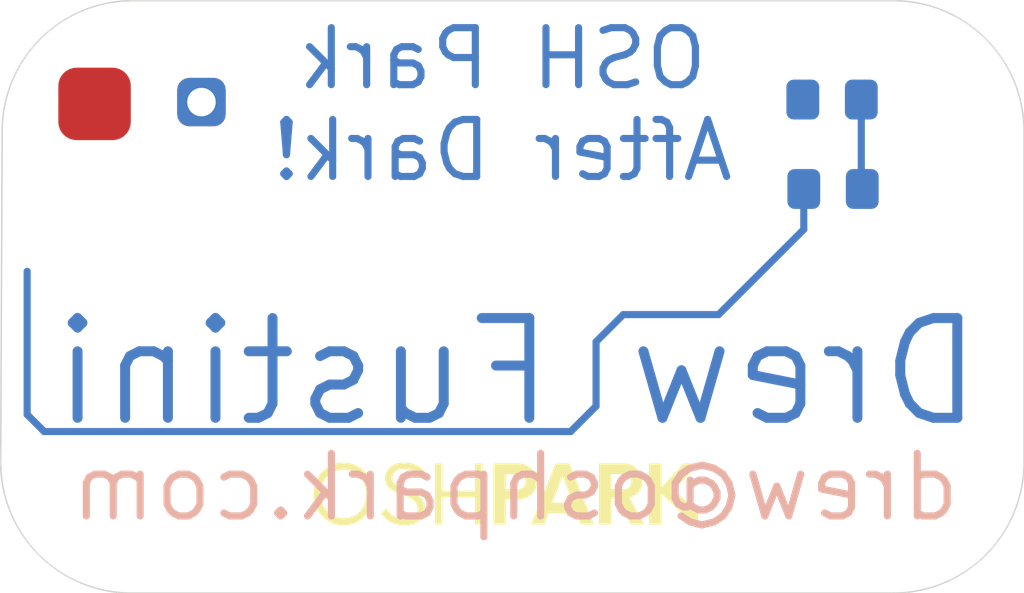
<source format=kicad_pcb>
(kicad_pcb (version 20171130) (host pcbnew 5.1.5-52549c5~84~ubuntu19.04.1)

  (general
    (thickness 1.6)
    (drawings 13)
    (tracks 12)
    (zones 0)
    (modules 5)
    (nets 1)
  )

  (page A4)
  (layers
    (0 F.Cu signal)
    (31 B.Cu signal)
    (32 B.Adhes user)
    (33 F.Adhes user)
    (34 B.Paste user)
    (35 F.Paste user)
    (36 B.SilkS user)
    (37 F.SilkS user)
    (38 B.Mask user)
    (39 F.Mask user)
    (40 Dwgs.User user)
    (41 Cmts.User user)
    (42 Eco1.User user)
    (43 Eco2.User user)
    (44 Edge.Cuts user)
    (45 Margin user)
    (46 B.CrtYd user)
    (47 F.CrtYd user)
    (48 B.Fab user)
    (49 F.Fab user)
  )

  (setup
    (last_trace_width 0.25)
    (trace_clearance 0.2)
    (zone_clearance 0.508)
    (zone_45_only no)
    (trace_min 0.2)
    (via_size 0.8)
    (via_drill 0.4)
    (via_min_size 0.4)
    (via_min_drill 0.3)
    (uvia_size 0.3)
    (uvia_drill 0.1)
    (uvias_allowed no)
    (uvia_min_size 0.2)
    (uvia_min_drill 0.1)
    (edge_width 0.05)
    (segment_width 0.2)
    (pcb_text_width 0.3)
    (pcb_text_size 1.5 1.5)
    (mod_edge_width 0.12)
    (mod_text_size 1 1)
    (mod_text_width 0.15)
    (pad_size 2.54 2.54)
    (pad_drill 0)
    (pad_to_mask_clearance 0.051)
    (solder_mask_min_width 0.25)
    (aux_axis_origin 0 0)
    (visible_elements FFFFEF7F)
    (pcbplotparams
      (layerselection 0x010fc_ffffffff)
      (usegerberextensions false)
      (usegerberattributes false)
      (usegerberadvancedattributes false)
      (creategerberjobfile false)
      (excludeedgelayer true)
      (linewidth 0.100000)
      (plotframeref false)
      (viasonmask false)
      (mode 1)
      (useauxorigin false)
      (hpglpennumber 1)
      (hpglpenspeed 20)
      (hpglpendiameter 15.000000)
      (psnegative false)
      (psa4output false)
      (plotreference true)
      (plotvalue true)
      (plotinvisibletext false)
      (padsonsilk false)
      (subtractmaskfromsilk false)
      (outputformat 1)
      (mirror false)
      (drillshape 1)
      (scaleselection 1)
      (outputdirectory ""))
  )

  (net 0 "")

  (net_class Default "This is the default net class."
    (clearance 0.2)
    (trace_width 0.25)
    (via_dia 0.8)
    (via_drill 0.4)
    (uvia_dia 0.3)
    (uvia_drill 0.1)
  )

  (module afterdark:PinHeader_1x01_P2.54mm_Vertical (layer F.Cu) (tedit 5DFCCA81) (tstamp 5DFCD457)
    (at 133.731 65.278)
    (descr "Through hole straight pin header, 1x01, 2.54mm pitch, single row")
    (tags "Through hole pin header THT 1x01 2.54mm single row")
    (fp_text reference REF** (at 0 -2.33) (layer F.SilkS) hide
      (effects (font (size 1 1) (thickness 0.15)))
    )
    (fp_text value PinHeader_1x01_P2.54mm_Vertical (at 0 2.33) (layer F.Fab) hide
      (effects (font (size 1 1) (thickness 0.15)))
    )
    (fp_line (start -0.635 -1.27) (end 1.27 -1.27) (layer F.Fab) (width 0.1))
    (fp_line (start -1.27 -0.635) (end -0.635 -1.27) (layer F.Fab) (width 0.1))
    (fp_line (start -1.8 -1.8) (end -1.8 1.8) (layer F.CrtYd) (width 0.05))
    (fp_line (start -1.8 1.8) (end 1.8 1.8) (layer F.CrtYd) (width 0.05))
    (fp_line (start 1.8 1.8) (end 1.8 -1.8) (layer F.CrtYd) (width 0.05))
    (fp_line (start 1.8 -1.8) (end -1.8 -1.8) (layer F.CrtYd) (width 0.05))
    (fp_text user %R (at 0 0 90) (layer F.Fab) hide
      (effects (font (size 1 1) (thickness 0.15)))
    )
    (pad 1 thru_hole roundrect (at 0 0) (size 1.7 1.7) (drill 1) (layers *.Cu *.Mask) (roundrect_rratio 0.25))
    (model ${KISYS3DMOD}/Connector_PinHeader_2.54mm.3dshapes/PinHeader_1x01_P2.54mm_Vertical.wrl
      (at (xyz 0 0 0))
      (scale (xyz 1 1 1))
      (rotate (xyz 0 0 0))
    )
  )

  (module afterdark:PinHeader_1x01_P2.54mm_Vertical (layer F.Cu) (tedit 5DFCCB46) (tstamp 5DFCD374)
    (at 129.9845 65.3415 180)
    (descr "Through hole straight pin header, 1x01, 2.54mm pitch, single row")
    (tags "Through hole pin header THT 1x01 2.54mm single row")
    (fp_text reference REF** (at 0 -2.33 180) (layer F.SilkS) hide
      (effects (font (size 1 1) (thickness 0.15)))
    )
    (fp_text value PinHeader_1x01_P2.54mm_Vertical (at 0 2.33 180) (layer F.Fab) hide
      (effects (font (size 1 1) (thickness 0.15)))
    )
    (fp_text user %R (at 0 0 270) (layer F.Fab) hide
      (effects (font (size 1 1) (thickness 0.15)))
    )
    (fp_line (start 1.8 -1.8) (end -1.8 -1.8) (layer F.CrtYd) (width 0.05))
    (fp_line (start 1.8 1.8) (end 1.8 -1.8) (layer F.CrtYd) (width 0.05))
    (fp_line (start -1.8 1.8) (end 1.8 1.8) (layer F.CrtYd) (width 0.05))
    (fp_line (start -1.8 -1.8) (end -1.8 1.8) (layer F.CrtYd) (width 0.05))
    (fp_line (start -1.27 -0.635) (end -0.635 -1.27) (layer F.Fab) (width 0.1))
    (fp_line (start -0.635 -1.27) (end 1.27 -1.27) (layer F.Fab) (width 0.1))
    (pad 1 smd roundrect (at 0 0 180) (size 2.54 2.54) (layers F.Cu F.Paste F.Mask) (roundrect_rratio 0.25))
    (model ${KISYS3DMOD}/Connector_PinHeader_2.54mm.3dshapes/PinHeader_1x01_P2.54mm_Vertical.wrl
      (at (xyz 0 0 0))
      (scale (xyz 1 1 1))
      (rotate (xyz 0 0 0))
    )
  )

  (module oshpark:OSH_small_silk (layer F.Cu) (tedit 5DFCC9DD) (tstamp 5D572782)
    (at 144.4244 71.8312)
    (descr "Imported from OSHPARK.svg")
    (tags svg2mod)
    (attr smd)
    (fp_text reference OSH_small (at 0 -11.457835) (layer F.Cu) hide
      (effects (font (size 1.524 1.524) (thickness 0.3048)))
    )
    (fp_text value G*** (at 0 11.457835) (layer F.Cu) hide
      (effects (font (size 1.524 1.524) (thickness 0.3048)))
    )
    (fp_poly (pts (xy 6.76111 6.120635) (xy 6.20884 6.120635) (xy 5.42765 6.959055) (xy 5.42765 6.120635)
      (xy 4.99557 6.120635) (xy 4.99557 8.266755) (xy 5.42765 8.266755) (xy 5.42765 7.193695)
      (xy 6.7096 8.409835) (xy 6.7096 7.831805) (xy 5.87118 7.056345) (xy 6.76111 6.120635)) (layer F.SilkS) (width 0))
    (fp_poly (pts (xy 4.31659 7.328185) (xy 4.11009 7.022185) (xy 3.67228 7.022185) (xy 3.67228 6.495675)
      (xy 4.11009 6.495675) (xy 4.16319 6.500675) (xy 4.21239 6.515675) (xy 4.25669 6.539575)
      (xy 4.29509 6.571375) (xy 4.32669 6.610075) (xy 4.35039 6.654875) (xy 4.36539 6.704775)
      (xy 4.37039 6.758775) (xy 4.36539 6.812775) (xy 4.35069 6.862675) (xy 4.32729 6.907475)
      (xy 4.29609 6.946175) (xy 4.25789 6.977975) (xy 4.21359 7.001875) (xy 4.16399 7.016875)
      (xy 4.11009 7.021875) (xy 4.11009 7.022185) (xy 4.31659 7.328185) (xy 4.41049 7.296585)
      (xy 4.49619 7.251785) (xy 4.57229 7.194785) (xy 4.63749 7.126585) (xy 4.69049 7.048185)
      (xy 4.72989 6.960585) (xy 4.75449 6.864785) (xy 4.76249 6.761805) (xy 4.74979 6.631575)
      (xy 4.71319 6.510755) (xy 4.65509 6.401815) (xy 4.57799 6.307215) (xy 4.48419 6.229415)
      (xy 4.37621 6.170715) (xy 4.25643 6.133715) (xy 4.12726 6.120815) (xy 3.2402 6.120815)
      (xy 3.2402 8.266935) (xy 3.67228 8.266935) (xy 3.67228 7.356985) (xy 3.88403 7.356985)
      (xy 4.35332 8.266935) (xy 4.83691 8.266935) (xy 4.31612 7.328365) (xy 4.31659 7.328185)) (layer F.SilkS) (width 0))
    (fp_poly (pts (xy 2.59844 8.266755) (xy 1.96319 6.558445) (xy 2.31515 7.505595) (xy 1.60836 7.505595)
      (xy 1.96319 6.558445) (xy 2.59844 8.266755) (xy 3.06487 8.266755) (xy 2.20355 6.120635)
      (xy 1.71996 6.120635) (xy 0.85865 8.266755) (xy 1.32508 8.266755) (xy 1.47674 7.860425)
      (xy 2.44678 7.860425) (xy 2.59844 8.266755)) (layer F.SilkS) (width 0))
    (fp_poly (pts (xy 0.00118 -8.409695) (xy 0.00043 -3.623025) (xy 0.21316 -3.612325) (xy 0.41974 -3.580825)
      (xy 0.61914 -3.529525) (xy 0.81031 -3.459525) (xy 0.99219 -3.371925) (xy 1.16375 -3.267695)
      (xy 1.32394 -3.147905) (xy 1.4717 -3.013605) (xy 1.606 -2.865845) (xy 1.72579 -2.705655)
      (xy 1.83001 -2.534105) (xy 1.91761 -2.352215) (xy 1.98761 -2.161055) (xy 2.03891 -1.961655)
      (xy 2.07041 -1.755065) (xy 2.08111 -1.542335) (xy 2.07041 -1.329495) (xy 2.03891 -1.122805)
      (xy 1.98771 -0.923315) (xy 1.91781 -0.732055) (xy 1.83021 -0.550075) (xy 1.726 -0.378435)
      (xy 1.60622 -0.218175) (xy 1.47192 -0.070335) (xy 1.32415 0.064025) (xy 1.16396 0.183875)
      (xy 0.99238 0.288155) (xy 0.81047 0.375855) (xy 0.61928 0.445855) (xy 0.41984 0.497155)
      (xy 0.21321 0.528655) (xy 0.00043 0.539455) (xy -0.21235 0.528655) (xy -0.41897 0.497155)
      (xy -0.6184 0.445855) (xy -0.80958 0.375855) (xy -0.99147 0.288155) (xy -1.16302 0.183875)
      (xy -1.3232 0.064025) (xy -1.47095 -0.070335) (xy -1.60524 -0.218175) (xy -1.72501 -0.378435)
      (xy -1.82922 -0.550075) (xy -1.91682 -0.732055) (xy -1.98682 -0.923315) (xy -2.03812 -1.122805)
      (xy -2.06962 -1.329495) (xy -2.08032 -1.542335) (xy -2.06962 -1.755065) (xy -2.03812 -1.961655)
      (xy -1.98682 -2.161055) (xy -1.91682 -2.352215) (xy -1.82922 -2.534105) (xy -1.72501 -2.705655)
      (xy -1.60524 -2.865845) (xy -1.47095 -3.013605) (xy -1.3232 -3.147905) (xy -1.16302 -3.267695)
      (xy -0.99147 -3.371925) (xy -0.80958 -3.459525) (xy -0.6184 -3.529525) (xy -0.41897 -3.580825)
      (xy -0.21235 -3.612325) (xy 0.00043 -3.623025) (xy 0.00118 -8.409695) (xy -0.14129 -8.393995)
      (xy -0.2674 -8.349495) (xy -0.378 -8.279795) (xy -0.4739 -8.188495) (xy -0.556 -8.079355)
      (xy -0.6251 -7.956025) (xy -0.6821 -7.822195) (xy -0.7278 -7.681515) (xy -1.04856 -6.462625)
      (xy -1.30304 -6.403425) (xy -1.55293 -6.331225) (xy -2.43795 -7.223815) (xy -2.5541 -7.325575)
      (xy -2.67331 -7.414275) (xy -2.79523 -7.486675) (xy -2.91953 -7.539575) (xy -3.04586 -7.569675)
      (xy -3.17388 -7.573675) (xy -3.30323 -7.548275) (xy -3.43358 -7.490275) (xy -3.54913 -7.405275)
      (xy -3.63603 -7.303485) (xy -3.69693 -7.187695) (xy -3.73433 -7.060655) (xy -3.75073 -6.925095)
      (xy -3.74873 -6.783755) (xy -3.73103 -6.639375) (xy -3.70003 -6.494705) (xy -3.36893 -5.282225)
      (xy -3.55878 -5.102185) (xy -3.73879 -4.912505) (xy -4.95156 -5.242875) (xy -5.10317 -5.273475)
      (xy -5.25088 -5.290975) (xy -5.39277 -5.292975) (xy -5.5269 -5.276575) (xy -5.65135 -5.239375)
      (xy -5.76419 -5.178675) (xy -5.86349 -5.091975) (xy -5.94729 -4.976645) (xy -6.00489 -4.845335)
      (xy -6.02929 -4.713775) (xy -6.02429 -4.583095) (xy -5.99309 -4.454385) (xy -5.93949 -4.328745)
      (xy -5.86709 -4.207285) (xy -5.77959 -4.091105) (xy -5.68049 -3.981305) (xy -4.78848 -3.096875)
      (xy -4.86248 -2.846755) (xy -4.92388 -2.591195) (xy -6.13913 -2.271315) (xy -6.28557 -2.221815)
      (xy -6.42211 -2.163015) (xy -6.54579 -2.093715) (xy -6.65364 -2.012515) (xy -6.74264 -1.918115)
      (xy -6.80994 -1.809295) (xy -6.85244 -1.684715) (xy -6.86724 -1.543065) (xy -6.85154 -1.400675)
      (xy -6.80704 -1.274595) (xy -6.73724 -1.163985) (xy -6.64594 -1.068085) (xy -6.5368 -0.985985)
      (xy -6.41347 -0.916885) (xy -6.27964 -0.859985) (xy -6.13897 -0.814385) (xy -4.92372 -0.494365)
      (xy -4.86232 -0.239235) (xy -4.78842 0.010885) (xy -5.68043 0.895605) (xy -5.78261 1.011585)
      (xy -5.87161 1.130695) (xy -5.94411 1.252585) (xy -5.99701 1.376885) (xy -6.02701 1.503265)
      (xy -6.03101 1.631355) (xy -6.00551 1.760795) (xy -5.94741 1.891235) (xy -5.86251 2.006695)
      (xy -5.76079 2.093495) (xy -5.64502 2.154295) (xy -5.51794 2.191595) (xy -5.38232 2.207995)
      (xy -5.24091 2.205995) (xy -5.09648 2.188395) (xy -4.95178 2.157595) (xy -3.73916 1.826495)
      (xy -3.55915 2.015885) (xy -3.36929 2.196065) (xy -3.70039 3.409125) (xy -3.73109 3.560565)
      (xy -3.74869 3.708175) (xy -3.75069 3.850005) (xy -3.73429 3.984105) (xy -3.69709 4.108515)
      (xy -3.63639 4.221295) (xy -3.54959 4.320495) (xy -3.43416 4.404195) (xy -3.30285 4.461895)
      (xy -3.17132 4.486395) (xy -3.04066 4.481395) (xy -2.91197 4.450195) (xy -2.78636 4.396595)
      (xy -2.66492 4.324295) (xy -2.54876 4.236795) (xy -2.43897 4.137795) (xy -1.55409 3.245195)
      (xy -1.30401 3.319295) (xy -1.0487 3.380995) (xy -0.72882 4.596245) (xy -0.67942 4.742405)
      (xy -0.62072 4.878745) (xy -0.55142 5.002265) (xy -0.47012 5.110005) (xy -0.37562 5.199005)
      (xy -0.26663 5.266305) (xy -0.14183 5.308805) (xy 0.0001 5.323605) (xy 0.1423 5.307905)
      (xy 0.26821 5.263405) (xy 0.37868 5.193705) (xy 0.47448 5.102505) (xy 0.55658 4.993495)
      (xy 0.62568 4.870315) (xy 0.68268 4.736655) (xy 0.72838 4.596185) (xy 1.04825 3.380645)
      (xy 1.30343 3.319445) (xy 1.55379 3.245445) (xy 2.43852 4.137905) (xy 2.55442 4.240085)
      (xy 2.67348 4.329085) (xy 2.79535 4.401685) (xy 2.91965 4.454585) (xy 3.04602 4.484585)
      (xy 3.17409 4.488585) (xy 3.30349 4.462985) (xy 3.43386 4.404785) (xy 3.5493 4.319985)
      (xy 3.6361 4.218365) (xy 3.6969 4.102685) (xy 3.7342 3.975695) (xy 3.7507 3.840155)
      (xy 3.7487 3.698805) (xy 3.7312 3.554415) (xy 3.7006 3.409725) (xy 3.36921 2.196675)
      (xy 3.55866 2.016495) (xy 3.73849 1.827095) (xy 4.95155 2.158195) (xy 5.10316 2.188595)
      (xy 5.25086 2.205995) (xy 5.39274 2.207995) (xy 5.52685 2.191495) (xy 5.65126 2.154195)
      (xy 5.76405 2.093495) (xy 5.86325 2.006695) (xy 5.94695 1.891265) (xy 6.00455 1.759975)
      (xy 6.02895 1.628485) (xy 6.02395 1.497875) (xy 5.99275 1.369255) (xy 5.93915 1.243685)
      (xy 5.86685 1.122265) (xy 5.77935 1.006085) (xy 5.68035 0.896225) (xy 4.78804 0.011495)
      (xy 4.86214 -0.238625) (xy 4.92344 -0.493755) (xy 6.13868 -0.813785) (xy 6.28522 -0.863185)
      (xy 6.42183 -0.921885) (xy 6.54556 -0.991285) (xy 6.65344 -1.072585) (xy 6.74254 -1.167085)
      (xy 6.80984 -1.276075) (xy 6.85244 -1.400845) (xy 6.86724 -1.542705) (xy 6.85194 -1.684715)
      (xy 6.80764 -1.810495) (xy 6.73804 -1.920855) (xy 6.64694 -2.016655) (xy 6.53789 -2.098655)
      (xy 6.41461 -2.167755) (xy 6.2808 -2.224755) (xy 6.14013 -2.270455) (xy 4.92488 -2.590335)
      (xy 4.86358 -2.845855) (xy 4.78948 -3.095735) (xy 5.68179 -3.980895) (xy 5.78395 -4.096695)
      (xy 5.87285 -4.215675) (xy 5.94535 -4.337485) (xy 5.99815 -4.461745) (xy 6.02805 -4.588095)
      (xy 6.03205 -4.716185) (xy 6.00655 -4.845635) (xy 5.94845 -4.976085) (xy 5.86365 -5.091375)
      (xy 5.76206 -5.178075) (xy 5.64641 -5.238875) (xy 5.51943 -5.276175) (xy 5.38387 -5.292675)
      (xy 5.24246 -5.290675) (xy 5.09796 -5.273075) (xy 4.9531 -5.242275) (xy 3.74019 -4.911755)
      (xy 3.5604 -5.101105) (xy 3.3712 -5.281035) (xy 3.70215 -6.493945) (xy 3.73265 -6.645465)
      (xy 3.75005 -6.793085) (xy 3.75205 -6.934915) (xy 3.73565 -7.069005) (xy 3.69835 -7.193445)
      (xy 3.63755 -7.306295) (xy 3.55075 -7.405695) (xy 3.43522 -7.489595) (xy 3.30408 -7.547095)
      (xy 3.17265 -7.571395) (xy 3.04204 -7.566395) (xy 2.91335 -7.535095) (xy 2.78769 -7.481395)
      (xy 2.66618 -7.408995) (xy 2.54992 -7.321595) (xy 2.44003 -7.222795) (xy 1.55545 -6.330485)
      (xy 1.30598 -6.402785) (xy 1.05107 -6.462485) (xy 0.73018 -7.681375) (xy 0.68058 -7.827915)
      (xy 0.62168 -7.964525) (xy 0.55228 -8.088255) (xy 0.47098 -8.196135) (xy 0.37658 -8.285235)
      (xy 0.2677 -8.352535) (xy 0.14304 -8.395035) (xy 0.0013 -8.409835) (xy 0.00118 -8.409695)) (layer F.Mask) (width 0.073847))
    (fp_poly (pts (xy 0.42791 6.120635) (xy -0.02711 6.495535) (xy 0.38781 6.495535) (xy 0.44521 6.500535)
      (xy 0.49851 6.515035) (xy 0.54661 6.538335) (xy 0.58851 6.569635) (xy 0.62301 6.608335)
      (xy 0.64901 6.653735) (xy 0.66541 6.705135) (xy 0.67141 6.761735) (xy 0.66541 6.820135)
      (xy 0.64901 6.872535) (xy 0.62301 6.918535) (xy 0.58851 6.957435) (xy 0.54661 6.988635)
      (xy 0.49851 7.011635) (xy 0.44521 7.025835) (xy 0.38781 7.030835) (xy 0.38781 7.030635)
      (xy -0.02711 7.030635) (xy -0.02711 6.495535) (xy 0.42791 6.120635) (xy -0.45915 6.120635)
      (xy -0.45915 8.266755) (xy -0.02707 8.266755) (xy -0.02707 7.382555) (xy 0.42791 7.382555)
      (xy 0.5579 7.370355) (xy 0.67807 7.335055) (xy 0.78609 7.278855) (xy 0.87969 7.203855)
      (xy 0.95649 7.112155) (xy 1.01419 7.006005) (xy 1.05049 6.887525) (xy 1.06309 6.758845)
      (xy 1.05049 6.630375) (xy 1.01419 6.510655) (xy 0.95649 6.402275) (xy 0.87969 6.307775)
      (xy 0.78609 6.229775) (xy 0.67807 6.170875) (xy 0.5579 6.133675) (xy 0.42791 6.120675)
      (xy 0.42791 6.120635)) (layer F.SilkS) (width 0))
    (fp_poly (pts (xy -1.10433 6.120635) (xy -1.10433 7.076375) (xy -2.24607 7.076375) (xy -2.24607 6.120635)
      (xy -2.50646 6.120635) (xy -2.50646 8.266755) (xy -2.24607 8.266755) (xy -2.24607 7.311015)
      (xy -1.10433 7.311015) (xy -1.10433 8.266755) (xy -0.84394 8.266755) (xy -0.84394 6.120635)
      (xy -1.10433 6.120635)) (layer F.SilkS) (width 0))
    (fp_poly (pts (xy -3.5907 8.295375) (xy -3.44187 8.286375) (xy -3.30406 8.258975) (xy -3.18001 8.212975)
      (xy -3.07241 8.147975) (xy -2.98401 8.063675) (xy -2.91751 7.959725) (xy -2.87561 7.835805)
      (xy -2.86101 7.691555) (xy -2.87691 7.552235) (xy -2.92141 7.434915) (xy -2.98981 7.336615)
      (xy -3.07751 7.254415) (xy -3.17982 7.185415) (xy -3.29208 7.126615) (xy -3.52784 7.027715)
      (xy -3.70664 6.955515) (xy -3.85727 6.872815) (xy -3.91627 6.823915) (xy -3.96127 6.768115)
      (xy -3.98997 6.703915) (xy -4.00007 6.629915) (xy -3.99207 6.554915) (xy -3.96807 6.490615)
      (xy -3.93017 6.436915) (xy -3.88027 6.393515) (xy -3.82017 6.360115) (xy -3.75177 6.336615)
      (xy -3.67677 6.322615) (xy -3.59697 6.317615) (xy -3.50107 6.322615) (xy -3.41297 6.336315)
      (xy -3.33277 6.358215) (xy -3.26037 6.387715) (xy -3.19597 6.424015) (xy -3.13947 6.466415)
      (xy -3.05047 6.566885) (xy -2.87592 6.389475) (xy -2.93462 6.327375) (xy -3.00322 6.270575)
      (xy -3.08132 6.219875) (xy -3.16862 6.176275) (xy -3.26472 6.140775) (xy -3.36936 6.114275)
      (xy -3.48217 6.097675) (xy -3.60284 6.091675) (xy -3.73476 6.100675) (xy -3.85823 6.127675)
      (xy -3.97043 6.172275) (xy -4.06853 6.234275) (xy -4.14973 6.313275) (xy -4.21123 6.408975)
      (xy -4.25023 6.521165) (xy -4.26383 6.649475) (xy -4.24983 6.769025) (xy -4.21043 6.869725)
      (xy -4.14943 6.954225) (xy -4.07063 7.025125) (xy -3.97793 7.085025) (xy -3.87509 7.136525)
      (xy -3.6543 7.224725) (xy -3.4565 7.304325) (xy -3.3666 7.348925) (xy -3.2866 7.399625)
      (xy -3.2195 7.458525) (xy -3.1682 7.527725) (xy -3.1357 7.609325) (xy -3.1249 7.705425)
      (xy -3.1349 7.789025) (xy -3.1618 7.860025) (xy -3.2038 7.918825) (xy -3.2593 7.965825)
      (xy -3.3266 8.001625) (xy -3.404 8.026625) (xy -3.4899 8.041225) (xy -3.5826 8.046225)
      (xy -3.69075 8.039225) (xy -3.79323 8.020125) (xy -3.88863 7.989225) (xy -3.97563 7.947425)
      (xy -4.05283 7.895625) (xy -4.11893 7.834625) (xy -4.17243 7.765125) (xy -4.21203 7.688125)
      (xy -4.40088 7.879845) (xy -4.33778 7.967545) (xy -4.26108 8.047345) (xy -4.17208 8.118045)
      (xy -4.07218 8.178545) (xy -3.96276 8.227645) (xy -3.84518 8.264145) (xy -3.72084 8.286945)
      (xy -3.59109 8.294945) (xy -3.5907 8.295375)) (layer F.SilkS) (width 0))
    (fp_poly (pts (xy -5.71389 8.295375) (xy -5.71389 8.046425) (xy -5.88469 8.029425) (xy -6.03947 7.980425)
      (xy -6.17614 7.902625) (xy -6.29262 7.799265) (xy -6.38682 7.673515) (xy -6.45672 7.528545)
      (xy -6.50022 7.367545) (xy -6.51512 7.193705) (xy -6.50022 7.019865) (xy -6.45672 6.858865)
      (xy -6.38682 6.713895) (xy -6.29262 6.588145) (xy -6.17614 6.484785) (xy -6.03947 6.406985)
      (xy -5.88469 6.357985) (xy -5.71389 6.340985) (xy -5.54238 6.357985) (xy -5.38754 6.406985)
      (xy -5.25128 6.484785) (xy -5.13551 6.588145) (xy -5.04211 6.713895) (xy -4.97301 6.858865)
      (xy -4.93021 7.019865) (xy -4.91551 7.193705) (xy -4.93021 7.367545) (xy -4.97301 7.528545)
      (xy -5.04211 7.673515) (xy -5.13551 7.799265) (xy -5.25128 7.902625) (xy -5.38754 7.980425)
      (xy -5.54238 8.029425) (xy -5.71389 8.046425) (xy -5.71389 8.295375) (xy -5.60215 8.289375)
      (xy -5.49471 8.272675) (xy -5.39197 8.245575) (xy -5.29437 8.208575) (xy -5.20217 8.162275)
      (xy -5.11587 8.107175) (xy -5.03597 8.043775) (xy -4.96277 7.972775) (xy -4.89667 7.894575)
      (xy -4.83807 7.809775) (xy -4.78737 7.718975) (xy -4.74497 7.622675) (xy -4.71127 7.521405)
      (xy -4.68667 7.415745) (xy -4.67167 7.306225) (xy -4.66667 7.193415) (xy -4.67167 7.080595)
      (xy -4.68667 6.971085) (xy -4.71127 6.865415) (xy -4.74497 6.764145) (xy -4.78737 6.667845)
      (xy -4.83807 6.577045) (xy -4.89667 6.492245) (xy -4.96277 6.414045) (xy -5.03597 6.342945)
      (xy -5.11587 6.279545) (xy -5.20217 6.224445) (xy -5.29437 6.178145) (xy -5.39197 6.141145)
      (xy -5.49471 6.114045) (xy -5.60215 6.097345) (xy -5.71389 6.091345) (xy -5.82609 6.097345)
      (xy -5.93388 6.114045) (xy -6.03687 6.141145) (xy -6.13467 6.178145) (xy -6.22687 6.224445)
      (xy -6.31307 6.279545) (xy -6.39297 6.342945) (xy -6.46607 6.414045) (xy -6.53207 6.492245)
      (xy -6.59047 6.577045) (xy -6.64097 6.667845) (xy -6.68317 6.764145) (xy -6.71667 6.865415)
      (xy -6.74107 6.971085) (xy -6.75597 7.080595) (xy -6.76097 7.193415) (xy -6.75597 7.306225)
      (xy -6.74107 7.415745) (xy -6.71667 7.521405) (xy -6.68317 7.622675) (xy -6.64097 7.718975)
      (xy -6.59047 7.809775) (xy -6.53207 7.894575) (xy -6.46607 7.972775) (xy -6.39297 8.043775)
      (xy -6.31307 8.107175) (xy -6.22687 8.162275) (xy -6.13467 8.208575) (xy -6.03687 8.245575)
      (xy -5.93388 8.272675) (xy -5.82609 8.289375) (xy -5.71389 8.295375)) (layer F.SilkS) (width 0))
  )

  (module Capacitor_SMD:C_0805_2012Metric_Pad1.15x1.40mm_HandSolder (layer B.Cu) (tedit 5DE80171) (tstamp 5DE89C17)
    (at 155.8327 65.1891)
    (descr "Capacitor SMD 0805 (2012 Metric), square (rectangular) end terminal, IPC_7351 nominal with elongated pad for handsoldering. (Body size source: https://docs.google.com/spreadsheets/d/1BsfQQcO9C6DZCsRaXUlFlo91Tg2WpOkGARC1WS5S8t0/edit?usp=sharing), generated with kicad-footprint-generator")
    (tags "capacitor handsolder")
    (attr smd)
    (fp_text reference REF** (at 0 1.65) (layer B.SilkS) hide
      (effects (font (size 1 1) (thickness 0.15)) (justify mirror))
    )
    (fp_text value C_0805_2012Metric_Pad1.15x1.40mm_HandSolder (at 0 -1.65) (layer B.Fab) hide
      (effects (font (size 1 1) (thickness 0.15)) (justify mirror))
    )
    (fp_text user %R (at 0.2667 0.1397) (layer B.Fab) hide
      (effects (font (size 0.5 0.5) (thickness 0.08)) (justify mirror))
    )
    (fp_line (start 1.85 -0.95) (end -1.85 -0.95) (layer B.CrtYd) (width 0.05))
    (fp_line (start 1.85 0.95) (end 1.85 -0.95) (layer B.CrtYd) (width 0.05))
    (fp_line (start -1.85 0.95) (end 1.85 0.95) (layer B.CrtYd) (width 0.05))
    (fp_line (start -1.85 -0.95) (end -1.85 0.95) (layer B.CrtYd) (width 0.05))
    (fp_line (start 1 -0.6) (end -1 -0.6) (layer B.Fab) (width 0.1))
    (fp_line (start 1 0.6) (end 1 -0.6) (layer B.Fab) (width 0.1))
    (fp_line (start -1 0.6) (end 1 0.6) (layer B.Fab) (width 0.1))
    (fp_line (start -1 -0.6) (end -1 0.6) (layer B.Fab) (width 0.1))
    (pad 2 smd roundrect (at 1.025 0) (size 1.15 1.4) (layers B.Cu B.Paste B.Mask) (roundrect_rratio 0.217391))
    (pad 1 smd roundrect (at -1.025 0) (size 1.15 1.4) (layers B.Cu B.Paste B.Mask) (roundrect_rratio 0.217391))
    (model ${KISYS3DMOD}/Capacitor_SMD.3dshapes/C_0805_2012Metric.wrl
      (at (xyz 0 0 0))
      (scale (xyz 1 1 1))
      (rotate (xyz 0 0 0))
    )
  )

  (module LED_SMD:LED_0805_2012Metric_Pad1.15x1.40mm_HandSolder (layer B.Cu) (tedit 5DE8015F) (tstamp 5DE8C68C)
    (at 155.8671 68.326 180)
    (descr "LED SMD 0805 (2012 Metric), square (rectangular) end terminal, IPC_7351 nominal, (Body size source: https://docs.google.com/spreadsheets/d/1BsfQQcO9C6DZCsRaXUlFlo91Tg2WpOkGARC1WS5S8t0/edit?usp=sharing), generated with kicad-footprint-generator")
    (tags "LED handsolder")
    (attr smd)
    (fp_text reference REF** (at 0 1.65 180) (layer B.SilkS) hide
      (effects (font (size 1 1) (thickness 0.15)) (justify mirror))
    )
    (fp_text value LED_0805_2012Metric_Pad1.15x1.40mm_HandSolder (at 0 -1.65 180) (layer B.Fab) hide
      (effects (font (size 1 1) (thickness 0.15)) (justify mirror))
    )
    (fp_text user %R (at 0 0 180) (layer B.Fab) hide
      (effects (font (size 0.5 0.5) (thickness 0.08)) (justify mirror))
    )
    (fp_line (start 1.85 -0.95) (end -1.85 -0.95) (layer B.CrtYd) (width 0.05))
    (fp_line (start 1.85 0.95) (end 1.85 -0.95) (layer B.CrtYd) (width 0.05))
    (fp_line (start -1.85 0.95) (end 1.85 0.95) (layer B.CrtYd) (width 0.05))
    (fp_line (start -1.85 -0.95) (end -1.85 0.95) (layer B.CrtYd) (width 0.05))
    (fp_line (start 1 -0.6) (end 1 0.6) (layer B.Fab) (width 0.1))
    (fp_line (start -1 -0.6) (end 1 -0.6) (layer B.Fab) (width 0.1))
    (fp_line (start -1 0.3) (end -1 -0.6) (layer B.Fab) (width 0.1))
    (fp_line (start -0.7 0.6) (end -1 0.3) (layer B.Fab) (width 0.1))
    (fp_line (start 1 0.6) (end -0.7 0.6) (layer B.Fab) (width 0.1))
    (pad 2 smd roundrect (at 1.025 0 180) (size 1.15 1.4) (layers B.Cu B.Paste B.Mask) (roundrect_rratio 0.217391))
    (pad 1 smd roundrect (at -1.025 0 180) (size 1.15 1.4) (layers B.Cu B.Paste B.Mask) (roundrect_rratio 0.217391))
    (model ${KISYS3DMOD}/LED_SMD.3dshapes/LED_0805_2012Metric.wrl
      (at (xyz 0 0 0))
      (scale (xyz 1 1 1))
      (rotate (xyz 0 0 0))
    )
  )

  (gr_text "Drew Fustini" (at 144.8054 74.7522) (layer B.Mask) (tstamp 5DE7288D)
    (effects (font (size 3.5 3.5) (thickness 0.35)) (justify mirror))
  )
  (gr_text drew@oshpark.com (at 144.7292 78.7908) (layer B.SilkS) (tstamp 5D57279B)
    (effects (font (size 2.2 2.2) (thickness 0.25)) (justify mirror))
  )
  (gr_text "Drew Fustini" (at 144.8054 74.7522) (layer B.Paste) (tstamp 5D570DC8)
    (effects (font (size 3.5 3.5) (thickness 0.35)) (justify mirror))
  )
  (gr_text "Drew Fustini" (at 144.8054 74.7522) (layer B.Cu) (tstamp 5D3E808C)
    (effects (font (size 3.5 3.5) (thickness 0.35)) (justify mirror))
  )
  (gr_text "OSH Park\nAfter Dark!" (at 144.28216 65.36436) (layer B.Cu) (tstamp 5DE8CAC7)
    (effects (font (size 2 2) (thickness 0.25)) (justify mirror))
  )
  (gr_line (start 126.746 66.294) (end 126.6952 77.9272) (layer Edge.Cuts) (width 0.05) (tstamp 5CD3EA20))
  (gr_line (start 157.988 82.4992) (end 131.2672 82.4992) (layer Edge.Cuts) (width 0.05) (tstamp 5CD3EA01))
  (gr_line (start 162.56 66.294) (end 162.56 77.9272) (layer Edge.Cuts) (width 0.05) (tstamp 5CD3E9C1))
  (gr_line (start 131.318 61.722) (end 157.988 61.722) (layer Edge.Cuts) (width 0.05) (tstamp 5CD3E9A9))
  (gr_arc (start 157.988 77.9272) (end 157.988 82.4992) (angle -90) (layer Edge.Cuts) (width 0.05) (tstamp 5CD3E94D))
  (gr_arc (start 131.2672 77.9272) (end 126.6952 77.9272) (angle -90) (layer Edge.Cuts) (width 0.05) (tstamp 5CD3E932))
  (gr_arc (start 131.318 66.294) (end 131.318 61.722) (angle -90) (layer Edge.Cuts) (width 0.05) (tstamp 5CD3E8FE))
  (gr_arc (start 157.988 66.294) (end 162.56 66.294) (angle -90) (layer Edge.Cuts) (width 0.05))

  (segment (start 156.8577 68.2916) (end 156.8921 68.326) (width 0.25) (layer B.Cu) (net 0))
  (segment (start 156.8577 65.1891) (end 156.8577 68.2916) (width 0.25) (layer B.Cu) (net 0))
  (segment (start 154.8421 68.326) (end 154.8421 69.7447) (width 0.25) (layer B.Cu) (net 0))
  (segment (start 154.8421 69.7447) (end 151.8539 72.7329) (width 0.25) (layer B.Cu) (net 0))
  (segment (start 151.8539 72.7329) (end 148.5138 72.7329) (width 0.25) (layer B.Cu) (net 0))
  (segment (start 148.5138 72.7329) (end 147.5613 73.6854) (width 0.25) (layer B.Cu) (net 0))
  (segment (start 147.5613 73.6854) (end 147.5613 75.946) (width 0.25) (layer B.Cu) (net 0))
  (segment (start 146.671757 76.835543) (end 128.218657 76.835543) (width 0.25) (layer B.Cu) (net 0))
  (segment (start 147.5613 75.946) (end 146.671757 76.835543) (width 0.25) (layer B.Cu) (net 0))
  (segment (start 128.218657 76.835543) (end 127.6223 76.239186) (width 0.25) (layer B.Cu) (net 0))
  (segment (start 127.6223 76.239186) (end 127.6223 71.2139) (width 0.25) (layer B.Cu) (net 0))
  (segment (start 154.7823 65.2145) (end 154.8077 65.1891) (width 0.25) (layer B.Cu) (net 0))

)

</source>
